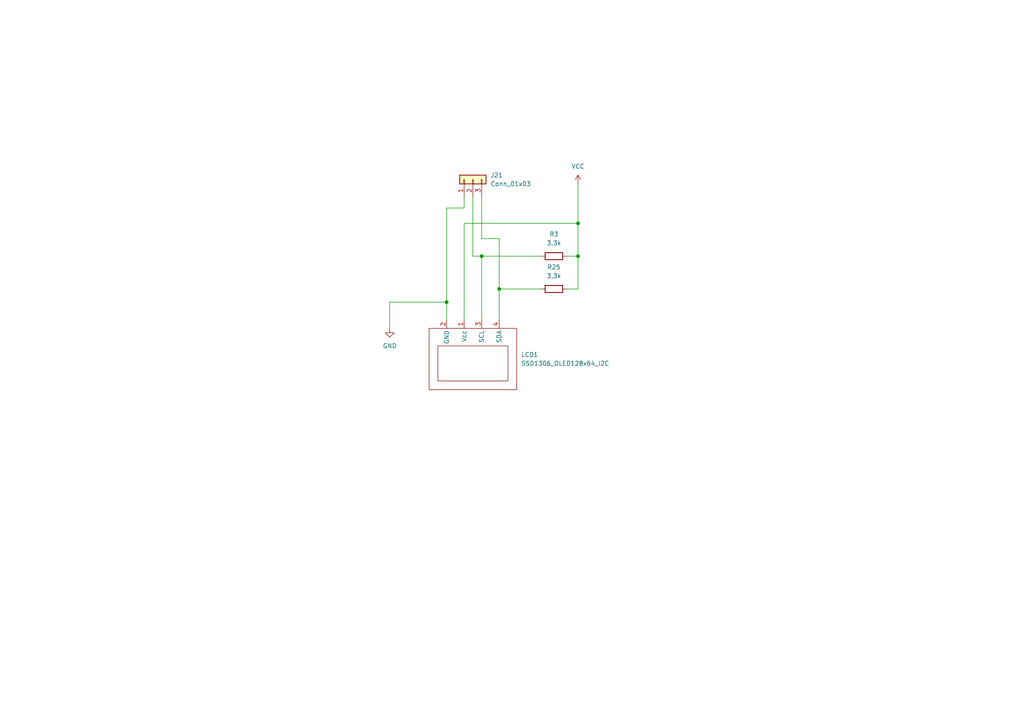
<source format=kicad_sch>
(kicad_sch (version 20211123) (generator eeschema)
  (paper "A4")
  (lib_symbols
    (symbol "Connector_Generic:Conn_01x03" (pin_names (offset 1.016) hide)
      (property "Reference" "J" (at 0 5.08 0))
      (property "Value" "Conn_01x03" (at 0 -5.08 0))
      (symbol "Conn_01x03_1_1"
        (rectangle (start -1.27 -2.413) (end 0 -2.667) (stroke (width 0.1524)))
        (rectangle (start -1.27 0.127) (end 0 -0.127) (stroke (width 0.1524)))
        (rectangle (start -1.27 2.667) (end 0 2.413) (stroke (width 0.1524)))
        (rectangle (start -1.27 3.81) (end 1.27 -3.81) (stroke (width 0.254)) (fill (type background)))
        (pin passive line (at -5.08 2.54 0) (length 3.81) (name "Pin_1") (number "1"))
        (pin passive line (at -5.08 0 0) (length 3.81) (name "Pin_2") (number "2"))
        (pin passive line (at -5.08 -2.54 0) (length 3.81) (name "Pin_3") (number "3"))
      )
    )
    (symbol "Device:R" (pin_numbers hide) (pin_names (offset 0))
      (property "Reference" "R" (at 2.032 0 90))
      (property "Value" "R" (at 0 0 90))
      (symbol "R_0_1"
        (rectangle (start -1.016 -2.54) (end 1.016 2.54) (stroke (width 0.254)))
      )
      (symbol "R_1_1"
        (pin passive line (at 0 3.81 270) (length 1.27) (name "~") (number "1"))
        (pin passive line (at 0 -3.81 90) (length 1.27) (name "~") (number "2"))
      )
    )
    (symbol "DisplayOLED_I2C:SSD1306_OLED128x64_I2C"
      (property "Reference" "LCD1" (at 13.97 0.0001 0))
      (property "Value" "SSD1306_OLED128x64_I2C" (at 13.97 -2.5399 0))
      (symbol "SSD1306_OLED128x64_I2C_0_1"
        (rectangle (start -12.7 7.62) (end 12.7 -10.16))
        (rectangle (start -10.16 2.54) (end 10.16 -7.62))
      )
      (symbol "SSD1306_OLED128x64_I2C_1_1"
        (pin power_in line (at -2.54 10.16 270) (length 2.54) (name "Vcc") (number "1"))
        (pin power_in line (at -7.62 10.16 270) (length 2.54) (name "GND") (number "2"))
        (pin input line (at 2.54 10.16 270) (length 2.54) (name "SCL") (number "3"))
        (pin bidirectional line (at 7.62 10.16 270) (length 2.54) (name "SDA") (number "4"))
      )
    )
    (symbol "power:GND" (power) (pin_names (offset 0))
      (property "Value" "GND" (at 0 -3.81 0))
      (symbol "GND_0_1"
        (polyline (pts (xy 0 0) (xy 0 -1.27) (xy 1.27 -1.27) (xy 0 -2.54) (xy -1.27 -1.27) (xy 0 -1.27)))
      )
      (symbol "GND_1_1"
        (pin power_in line (at 0 0 270) (length 0) hide (name "GND") (number "1"))
      )
    )
    (symbol "power:VCC" (power) (pin_names (offset 0))
      (property "Value" "VCC" (at 0 3.81 0))
      (symbol "VCC_0_1"
        (polyline (pts (xy -0.762 1.27) (xy 0 2.54)))
        (polyline (pts (xy 0 0) (xy 0 2.54)))
        (polyline (pts (xy 0 2.54) (xy 0.762 1.27)))
      )
      (symbol "VCC_1_1"
        (pin power_in line (at 0 0 90) (length 0) hide (name "VCC") (number "1"))
      )
    )
  )
  (junction (at 167.64 74.295))
  (junction (at 144.78 83.82))
  (junction (at 167.64 64.77))
  (junction (at 129.54 87.63))
  (junction (at 139.7 74.295))
  (wire (pts (xy 144.78 83.82) (xy 144.78 92.71)))
  (wire (pts (xy 164.465 83.82) (xy 167.64 83.82)))
  (wire (pts (xy 144.78 69.215) (xy 144.78 83.82)))
  (wire (pts (xy 167.64 74.295) (xy 167.64 83.82)))
  (wire (pts (xy 129.54 87.63) (xy 113.03 87.63)))
  (wire (pts (xy 167.64 53.34) (xy 167.64 64.77)))
  (wire (pts (xy 139.7 69.215) (xy 144.78 69.215)))
  (wire (pts (xy 134.62 57.15) (xy 134.62 60.325)))
  (wire (pts (xy 129.54 92.71) (xy 129.54 87.63)))
  (wire (pts (xy 139.7 74.295) (xy 139.7 92.71)))
  (wire (pts (xy 137.16 57.15) (xy 137.16 74.295)))
  (wire (pts (xy 129.54 60.325) (xy 129.54 87.63)))
  (wire (pts (xy 134.62 64.77) (xy 167.64 64.77)))
  (wire (pts (xy 134.62 64.77) (xy 134.62 92.71)))
  (wire (pts (xy 139.7 74.295) (xy 156.845 74.295)))
  (wire (pts (xy 113.03 87.63) (xy 113.03 95.25)))
  (wire (pts (xy 164.465 74.295) (xy 167.64 74.295)))
  (wire (pts (xy 137.16 74.295) (xy 139.7 74.295)))
  (wire (pts (xy 134.62 60.325) (xy 129.54 60.325)))
  (wire (pts (xy 139.7 57.15) (xy 139.7 69.215)))
  (wire (pts (xy 167.64 64.77) (xy 167.64 74.295)))
  (wire (pts (xy 144.78 83.82) (xy 156.845 83.82)))
  (symbol (lib_id "Device:R") (at 160.655 74.295 90) (unit 1)
    (property "Reference" "R3" (at 160.655 67.945 90))
    (property "Value" "3,3k" (at 160.655 70.485 90))
    (property "Footprint" "Resistor_THT:R_Axial_DIN0207_L6.3mm_D2.5mm_P10.16mm_Horizontal" (effects hide))
  )
  (symbol (lib_id "Device:R") (at 160.655 83.82 90) (unit 1)
    (property "Reference" "R25" (at 160.655 77.47 90))
    (property "Value" "3,3k" (at 160.655 80.01 90))
    (property "Footprint" "Resistor_THT:R_Axial_DIN0207_L6.3mm_D2.5mm_P10.16mm_Horizontal" (effects hide))
  )
  (symbol (lib_id "power:VCC") (at 167.64 53.34 0) (unit 1)
    (property "Reference" "#PWR0108" (effects hide))
    (property "Value" "VCC" (at 167.64 48.26 0))
  )
  (symbol (lib_id "Connector_Generic:Conn_01x03") (at 137.16 52.07 90) (unit 1)
    (property "Reference" "J21" (at 142.24 50.7999 90) (effects (justify right)))
    (property "Value" "Conn_01x03" (at 142.24 53.3399 90) (effects (justify right)))
    (property "Footprint" "Connector_PinHeader_2.54mm:PinHeader_1x03_P2.54mm_Vertical" (effects hide))
  )
  (symbol (lib_id "power:GND") (at 113.03 95.25 0) (unit 1)
    (property "Reference" "#PWR0109" (effects hide))
    (property "Value" "GND" (at 113.03 100.33 0))
  )
  (symbol (lib_id "DisplayOLED_I2C:SSD1306_OLED128x64_I2C") (at 137.16 102.87 0) (unit 1)
    (property "Reference" "LCD1" (at 151.13 102.8699 0) (effects (justify left)))
    (property "Value" "SSD1306_OLED128x64_I2C" (at 151.13 105.4099 0) (effects (justify left)))
    (property "Footprint" "Display:TFT OLED 1.3 I2C" (effects hide))
  )
)
</source>
